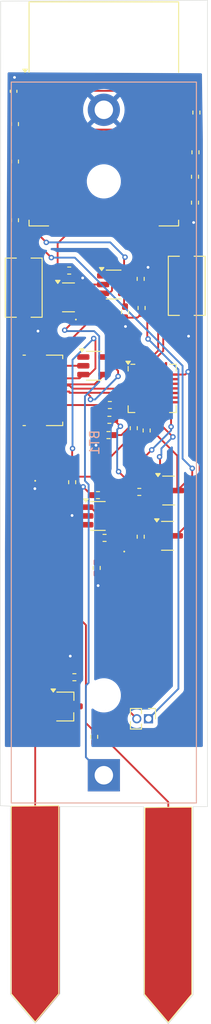
<source format=kicad_pcb>
(kicad_pcb (version 20240108) (generator "pcbnew") (generator_version "8.0")
  (title_block (title "SMS") (date "2024-10-06") (company "Prince Lee Muhera"))
  (layers (0 "F.Cu" signal) (31 "B.Cu" signal) (34 "B.Paste" user) (35 "F.Paste" user) (36 "B.SilkS" user "B.Silkscreen") (37 "F.SilkS" user "F.Silkscreen") (38 "B.Mask" user) (39 "F.Mask" user) (44 "Edge.Cuts" user))
  (net 0 "")
  (net 1 "Net-(BT1-+)")
  (net 2 "GND")
  (net 3 "/GPIO16")
  (net 4 "Net-(U1-VCC)")
  (net 5 "+3.3V")
  (net 6 "VBUS")
  (net 7 "CP2102-PWR")
  (net 8 "Net-(U4-BP)")
  (net 9 "Net-(D1-A)")
  (net 10 "Net-(D2-K)")
  (net 11 "/USB_DP")
  (net 12 "/USB_DN")
  (net 14 "CHARGER")
  (net 16 "PROBE_PWR")
  (net 17 "SIG")
  (net 18 "PROBE1")
  (net 19 "Net-(Q2-S)")
  (net 20 "Net-(Q2-G)")
  (net 21 "Net-(Q3-Pad2)")
  (net 22 "RST")
  (net 23 "/RTS")
  (net 24 "GPIO0")
  (net 25 "Net-(Q4-Pad2)")
  (net 26 "/DTR")
  (net 27 "Net-(R1-Pad1)")
  (net 28 "/GPIO2")
  (net 29 "Net-(U1-EN)")
  (net 30 "/GPIO15")
  (net 31 "Net-(U1-GPIO16)")
  (net 32 "Net-(U2-~{CHRG})")
  (net 33 "Net-(U2-PROG)")
  (net 34 "PROBE2")
  (net 35 "/VBUS_DEV")
  (net 40 "RX")
  (net 42 "TX")
  (footprint "LED_SMD:LED_0402_1005Metric_Pad0.77x0.64mm_HandSolder" (layer "F.Cu") (at 118.05 91.7 180)
    (property "Reference" "D2" (hide yes))
    (property "Value" "RED" (hide yes))
  )
  (footprint "Resistor_SMD:R_0402_1005Metric_Pad0.72x0.64mm_HandSolder" (layer "F.Cu") (at 117.7025 77.45 180)
    (property "Reference" "C5" (hide yes))
    (property "Value" "0.1uF/50V" (hide yes))
  )
  (footprint "Package_TO_SOT_SMD:TSOT-23" (layer "F.Cu") (at 112.89 108.45)
    (property "Reference" "Q1" (hide yes))
    (property "Value" "2N3904" (hide yes))
  )
  (footprint "Package_TO_SOT_SMD:SOT-23" (layer "F.Cu") (at 113.2625 64.2)
    (property "Reference" "Q2" (hide yes))
    (property "Value" "Si2319CDS" (hide yes))
  )
  (footprint "Resistor_SMD:R_0402_1005Metric_Pad0.72x0.64mm_HandSolder" (layer "F.Cu") (at 113.3375 61.3 180)
    (property "Reference" "R12" (hide yes))
    (property "Value" "100k" (hide yes))
  )
  (footprint "LED_SMD:LED_0402_1005Metric_Pad0.77x0.64mm_HandSolder" (layer "F.Cu") (at 110.9125 84.0475)
    (property "Reference" "D1" (hide yes))
    (property "Value" "RED" (hide yes))
  )
  (footprint "Resistor_SMD:R_0402_1005Metric_Pad0.72x0.64mm_HandSolder" (layer "F.Cu") (at 107.45 55.85 -90)
    (property "Reference" "C2" (hide yes))
    (property "Value" "2.2uF/6.3V" (hide yes))
  )
  (footprint "Resistor_SMD:R_0402_1005Metric_Pad0.72x0.64mm_HandSolder" (layer "F.Cu") (at 121.2 65.3475 -90)
    (property "Reference" "C8" (hide yes))
    (property "Value" "0.1uF/6.3V" (hide yes))
  )
  (footprint "Resistor_SMD:R_0402_1005Metric_Pad0.72x0.64mm_HandSolder" (layer "F.Cu") (at 113.9025 105.3 180)
    (property "Reference" "R10" (hide yes))
    (property "Value" "12k" (hide yes))
  )
  (footprint "Resistor_SMD:R_0402_1005Metric_Pad0.72x0.64mm_HandSolder" (layer "F.Cu") (at 127.05 48.5025 90)
    (property "Reference" "R1" (hide yes))
    (property "Value" "12k" (hide yes))
  )
  (footprint "Resistor_SMD:R_0402_1005Metric_Pad0.72x0.64mm_HandSolder" (layer "F.Cu") (at 117.7525 75.85 180)
    (property "Reference" "C4" (hide yes))
    (property "Value" "10uF" (hide yes))
  )
  (footprint "Resistor_SMD:R_0402_1005Metric_Pad0.72x0.64mm_HandSolder" (layer "F.Cu") (at 121.75 78.6 90)
    (property "Reference" "R17" (hide yes))
    (property "Value" "47.5k" (hide yes))
  )
  (footprint "Package_TO_SOT_SMD:TSOT-23-5" (layer "F.Cu") (at 116.45 87.85)
    (property "Reference" "U2" (hide yes))
    (property "Value" "LTC4054ES5-4.2" (hide yes))
  )
  (footprint "Resistor_SMD:R_0402_1005Metric_Pad0.72x0.64mm_HandSolder" (layer "F.Cu") (at 121.1 62.2 90)
    (property "Reference" "C7" (hide yes))
    (property "Value" "10uF/6.3V" (hide yes))
  )
  (footprint "Connector_USB:USB_Micro-B_Molex_47346-0001" (layer "F.Cu") (at 110.925 74.2625 -90)
    (property "Reference" "J1" (hide yes))
    (property "Value" "USB_B_Micro" (hide yes))
  )
  (footprint "RF_Module:ESP-12E" (layer "F.Cu") (at 117.1 44.35)
    (property "Reference" "U1" (hide yes))
    (property "Value" "ESP-12E" (hide yes))
  )
  (footprint "Resistor_SMD:R_0402_1005Metric_Pad0.72x0.64mm_HandSolder" (layer "F.Cu") (at 127 53.95 -90)
    (property "Reference" "R5" (hide yes))
    (property "Value" "12k" (hide yes))
  )
  (footprint "Capacitor_SMD:C_0402_1005Metric_Pad0.74x0.62mm_HandSolder" (layer "F.Cu") (at 107.3 41.9 90)
    (property "Reference" "C1" (hide yes))
    (property "Value" "0.1uF/6.3V" (hide yes))
  )
  (footprint "Button_Switch_SMD:SW_Tactile_SPST_NO_Straight_CK_PTS636Sx25SMTRLFS" (layer "F.Cu") (at 126.1 62.95 90)
    (property "Reference" "SW1" (hide yes))
    (property "Value" "SW_Push" (hide yes))
  )
  (footprint "Resistor_SMD:R_0402_1005Metric_Pad0.72x0.64mm_HandSolder" (layer "F.Cu") (at 116.325 93.475 90)
    (property "Reference" "C3" (hide yes))
    (property "Value" "2.2uF/6.3V" (hide yes))
  )
  (footprint "Package_TO_SOT_SMD:SOT-23" (layer "F.Cu") (at 124.015552 90)
    (property "Reference" "Q4" (hide yes))
    (property "Value" "SS8050CTA" (hide yes))
  )
  (footprint "Package_TO_SOT_SMD:SOT-23-5" (layer "F.Cu") (at 116.0125 71.6)
    (property "Reference" "D3" (hide yes))
    (property "Value" "ESDA14V2SC5" (hide yes))
  )
  (footprint "Resistor_SMD:R_0402_1005Metric_Pad0.72x0.64mm_HandSolder" (layer "F.Cu") (at 120.35 78.3525 -90)
    (property "Reference" "R13" (hide yes))
    (property "Value" "22.1k" (hide yes))
  )
  (footprint "Resistor_SMD:R_0402_1005Metric_Pad0.72x0.64mm_HandSolder" (layer "F.Cu") (at 116.05 111.7475 90)
    (property "Reference" "R11" (hide yes))
    (property "Value" "12k" (hide yes))
  )
  (footprint "Resistor_SMD:R_0402_1005Metric_Pad0.72x0.64mm_HandSolder" (layer "F.Cu") (at 127.15 44.2025 90)
    (property "Reference" "R3" (hide yes))
    (property "Value" "12k" (hide yes))
  )
  (footprint "Resistor_SMD:R_0402_1005Metric_Pad0.72x0.64mm_HandSolder" (layer "F.Cu") (at 117.1775 90.225 180)
    (property "Reference" "R8" (hide yes))
    (property "Value" "330R" (hide yes))
  )
  (footprint "Resistor_SMD:R_0402_1005Metric_Pad0.72x0.64mm_HandSolder" (layer "F.Cu") (at 119.4 65.7975 -90)
    (property "Reference" "C6" (hide yes))
    (property "Value" "10uF/6.3V" (hide yes))
  )
  (footprint "Resistor_SMD:R_0402_1005Metric_Pad0.72x0.64mm_HandSolder" (layer "F.Cu") (at 117.6025 79.1)
    (property "Reference" "R14" (hide yes))
    (property "Value" "47.5k" (hide yes))
  )
  (footprint "Resistor_SMD:R_0402_1005Metric_Pad0.72x0.64mm_HandSolder" (layer "F.Cu") (at 113.6625 84.1975 90)
    (property "Reference" "R7" (hide yes))
    (property "Value" "680R" (hide yes))
  )
  (footprint "Resistor_SMD:R_0402_1005Metric_Pad0.72x0.64mm_HandSolder" (layer "F.Cu") (at 127 51.15 90)
    (property "Reference" "R2" (hide yes))
    (property "Value" "12k" (hide yes))
  )
  (footprint "Package_DFN_QFN:QFN-28-1EP_5x5mm_P0.5mm_EP3.35x3.35mm" (layer "F.Cu") (at 122.35 74.05)
    (property "Reference" "U3" (hide yes))
    (property "Value" "CP2102N-Axx-xQFN28" (hide yes))
  )
  (footprint "Resistor_SMD:R_0402_1005Metric_Pad0.72x0.64mm_HandSolder" (layer "F.Cu") (at 107.45 45.45 90)
    (property "Reference" "R4" (hide yes))
    (property "Value" "12k" (hide yes))
  )
  (footprint "Resistor_SMD:R_0402_1005Metric_Pad0.72x0.64mm_HandSolder" (layer "F.Cu") (at 107.45 49.5 -90)
    (property "Reference" "R6" (hide yes))
    (property "Value" "0R" (hide yes))
  )
  (footprint "Resistor_SMD:R_0402_1005Metric_Pad0.72x0.64mm_HandSolder" (layer "F.Cu") (at 116.4625 85.5975 180)
    (property "Reference" "R9" (hide yes))
    (property "Value" "1.25k" (hide yes))
  )
  (footprint "Package_TO_SOT_SMD:SOT-23" (layer "F.Cu") (at 124.140552 85.1)
    (property "Reference" "Q3" (hide yes))
    (property "Value" "SS8050CTA" (hide yes))
  )
  (footprint "Button_Switch_SMD:SW_Tactile_SPST_NO_Straight_CK_PTS636Sx25SMTRLFS" (layer "F.Cu") (at 108.4 63.15 90)
    (property "Reference" "SW2" (hide yes))
    (property "Value" "SW_Push" (hide yes))
  )
  (footprint "Connector_PinHeader_1.27mm:PinHeader_1x02_P1.27mm_Vertical" (layer "F.Cu") (at 121.95 109.795 -90)
    (property "Reference" "J2" (hide yes))
    (property "Value" "Conn_01x02_Pin" (hide yes))
  )
  (footprint "Package_TO_SOT_SMD:SOT-23-5" (layer "F.Cu") (at 118.1625 62.8125)
    (property "Reference" "U4" (hide yes))
    (property "Value" "MIC5219-3.3YM5" (hide yes))
  )
  (footprint "Resistor_SMD:R_0402_1005Metric_Pad0.72x0.64mm_HandSolder" (layer "F.Cu") (at 121.103052 90.0975 90)
    (property "Reference" "R16" (hide yes))
    (property "Value" "10k" (hide yes))
  )
  (footprint "Diode_SMD:D_0201_0603Metric_Pad0.64x0.40mm_HandSolder" (layer "F.Cu") (at 115.1 66.6)
    (property "Reference" "D4" (hide yes))
    (property "Value" "SS14" (hide yes))
  )
  (footprint "Resistor_SMD:R_0402_1005Metric_Pad0.72x0.64mm_HandSolder" (layer "F.Cu") (at 120.95 85.25 180)
    (property "Reference" "R15" (hide yes))
    (property "Value" "10k" (hide yes))
  )
  (footprint "Battery:BatteryHolder_MPD_BH-18650-PC2" (layer "B.Cu") (at 117.1 115.905 90)
    (property "Reference" "BT1")
    (property "Value" "Battery_Cell")
  )
  (gr_poly (pts (xy 121.6 119.45) (xy 121.6 139.55) (xy 124.1 142.55) (xy 126.6 139.55) (xy 126.6 119.4)) (stroke (width 0.2)) (fill solid) (layer "F.Cu") (net 34))
  (gr_poly (pts (xy 107.2 119.4) (xy 107.2 139.5) (xy 109.7 142.5) (xy 112.2 139.5) (xy 112.2 119.35)) (stroke (width 0.2)) (fill solid) (layer "F.Cu") (net 18))
  (gr_line (start 121.5 139.6) (end 121.55 119.4) (stroke (width 0.1)) (layer "F.SilkS"))
  (gr_line (start 124.1 142.65) (end 121.5 139.6) (stroke (width 0.1)) (layer "F.SilkS"))
  (gr_line (start 126.65 139.6) (end 124.1 142.65) (stroke (width 0.1)) (layer "F.SilkS"))
  (gr_line (start 126.65 119.35) (end 126.65 139.6) (stroke (width 0.1)) (layer "F.SilkS"))
  (gr_line (start 121.55 119.4) (end 126.65 119.35) (stroke (width 0.1)) (layer "F.SilkS"))
  (gr_line (start 109.65 142.6) (end 107.05 139.55) (stroke (width 0.1)) (layer "F.SilkS"))
  (gr_line (start 112.2 139.55) (end 109.65 142.6) (stroke (width 0.1)) (layer "F.SilkS"))
  (gr_line (start 112.2 119.3) (end 112.2 139.55) (stroke (width 0.1)) (layer "F.SilkS"))
  (gr_line (start 107.1 119.25) (end 112.2 119.2) (stroke (width 0.1)) (layer "F.SilkS"))
  (gr_line (start 107 139.55) (end 107.05 119.25) (stroke (width 0.1)) (layer "F.SilkS"))
  (gr_line (start 105.85 119.2) (end 106.95 119.25) (stroke (width 0.05)) (layer "Edge.Cuts"))
  (gr_line (start 121.4 139.65) (end 124.1 142.8) (stroke (width 0.05)) (layer "Edge.Cuts"))
  (gr_line (start 128.35 119.3) (end 128.35 32.05) (stroke (width 0.05)) (layer "Edge.Cuts"))
  (gr_line (start 106.95 119.25) (end 106.95 139.6) (stroke (width 0.05)) (layer "Edge.Cuts"))
  (gr_line (start 128.15 119.3) (end 128.35 119.3) (stroke (width 0.05)) (layer "Edge.Cuts"))
  (gr_line (start 127.95 119.3) (end 128.05 119.3) (stroke (width 0.05)) (layer "Edge.Cuts"))
  (gr_line (start 121.4 119.3) (end 121.4 139.65) (stroke (width 0.05)) (layer "Edge.Cuts"))
  (gr_line (start 112.35 119.3) (end 121.4 119.3) (stroke (width 0.05)) (layer "Edge.Cuts"))
  (gr_line (start 127.65 119.3) (end 127.95 119.3) (stroke (width 0.05)) (layer "Edge.Cuts"))
  (gr_line (start 128.35 32.05) (end 105.9 32.15) (stroke (width 0.05)) (layer "Edge.Cuts"))
  (gr_line (start 124.1 142.8) (end 126.8 139.65) (stroke (width 0.05)) (layer "Edge.Cuts"))
  (gr_line (start 127.4 119.3) (end 127.65 119.3) (stroke (width 0.05)) (layer "Edge.Cuts"))
  (gr_line (start 105.9 32.15) (end 105.85 119.2) (stroke (width 0.05)) (layer "Edge.Cuts"))
  (gr_line (start 112.35 139.55) (end 112.35 119.3) (stroke (width 0.05)) (layer "Edge.Cuts"))
  (gr_line (start 109.65 142.75) (end 112.35 139.55) (stroke (width 0.05)) (layer "Edge.Cuts"))
  (gr_line (start 126.8 119.3) (end 127.4 119.3) (stroke (width 0.05)) (layer "Edge.Cuts"))
  (gr_line (start 126.8 139.65) (end 126.8 119.3) (stroke (width 0.05)) (layer "Edge.Cuts"))
  (gr_line (start 128.05 119.3) (end 128.15 119.3) (stroke (width 0.05)) (layer "Edge.Cuts"))
  (gr_line (start 106.95 139.6) (end 109.65 142.75) (stroke (width 0.05)) (layer "Edge.Cuts"))
  (segment (start 114.07125 66.52875) (end 112.85 67.75) (width 0.2) (layer "F.Cu") (net 1))
  (segment (start 114.6925 66.6) (end 114.62125 66.52875) (width 0.2) (layer "F.Cu") (net 1))
  (segment (start 114.6925 66.6) (end 114.2 66.1075) (width 0.2) (layer "F.Cu") (net 1))
  (segment (start 114.62125 66.52875) (end 114.07125 66.52875) (width 0.2) (layer "F.Cu") (net 1))
  (segment (start 114.6925 66.6) (end 114.4 66.6) (width 0.2) (layer "F.Cu") (net 1))
  (segment (start 114.2 66.1075) (end 114.2 64.2) (width 0.2) (layer "F.Cu") (net 1))
  (via (at 112.85 67.75) (size 0.6) (drill 0.3) (layers "F.Cu" "B.Cu") (net 1))
  (segment (start 115.45 105.9) (end 115.15 106.2) (width 0.2) (layer "B.Cu") (net 1))
  (segment (start 115.05 84.051471) (end 115.45 84.451471) (width 0.2) (layer "B.Cu") (net 1))
  (segment (start 116.048529 67.85) (end 116.6 68.401471) (width 0.2) (layer "B.Cu") (net 1))
  (segment (start 116.6 68.401471) (end 116.6 73.35) (width 0.2) (layer "B.Cu") (net 1))
  (segment (start 112.95 67.85) (end 116.048529 67.85) (width 0.2) (layer "B.Cu") (net 1))
  (segment (start 115.15 106.2) (end 115.15 113.955) (width 0.2) (layer "B.Cu") (net 1))
  (segment (start 116.6 73.35) (end 115.05 74.9) (width 0.2) (layer "B.Cu") (net 1))
  (segment (start 115.45 84.451471) (end 115.45 105.9) (width 0.2) (layer "B.Cu") (net 1))
  (segment (start 115.05 74.9) (end 115.05 84.051471) (width 0.2) (layer "B.Cu") (net 1))
  (segment (start 112.85 67.75) (end 112.95 67.85) (width 0.2) (layer "B.Cu") (net 1))
  (segment (start 115.15 113.955) (end 117.1 115.905) (width 0.2) (layer "B.Cu") (net 1))
  (segment (start 127 55.95) (end 126.85 56.1) (width 0.2) (layer "F.Cu") (net 2))
  (segment (start 113.7 87.85) (end 113.65 87.8) (width 0.2) (layer "F.Cu") (net 2))
  (segment (start 115.5125 62.8125) (end 114.8 62.1) (width 0.2) (layer "F.Cu") (net 2))
  (segment (start 114.5 104.06) (end 113.455 103.015) (width 0.2) (layer "F.Cu") (net 2))
  (segment (start 124.8 72.55) (end 125.95 72.55) (width 0.2) (layer "F.Cu") (net 2))
  (segment (start 117.105 77.45) (end 117.105 75.9) (width 0.2) (layer "F.Cu") (net 2))
  (segment (start 116.325 95.235) (end 116.4775 95.3875) (width 0.2) (layer "F.Cu") (net 2))
  (segment (start 109.125 67.025) (end 109.95 67.85) (width 0.2) (layer "F.Cu") (net 2))
  (segment (start 111.0625 71.775) (end 112.3 71.775) (width 0.2) (layer "F.Cu") (net 2))
  (segment (start 115.7475 85.5975) (end 114.85 84.7) (width 0.2) (layer "F.Cu") (net 2))
  (segment (start 107.3 41.3325) (end 107.3 40.5) (width 0.2) (layer "F.Cu") (net 2))
  (segment (start 117.005 77.55) (end 117.105 77.45) (width 0.2) (layer "F.Cu") (net 2))
  (segment (start 124.8 72.55) (end 123.85 72.55) (width 0.2) (layer "F.Cu") (net 2))
  (segment (start 114.5 105.3) (end 114.5 104.06) (width 0.2) (layer "F.Cu") (net 2))
  (segment (start 109.725 75.8125) (end 112.135 75.8125) (width 0.2) (layer "F.Cu") (net 2))
  (segment (start 117.005 79.1) (end 117.005 79.445) (width 0.2) (layer "F.Cu") (net 2))
  (segment (start 117.155 75.85) (end 114.4 75.85) (width 0.2) (layer "F.Cu") (net 2))
  (segment (start 115.865 85.5975) (end 115.7475 85.5975) (width 0.2) (layer "F.Cu") (net 2))
  (segment (start 112.3 75.6475) (end 112.385 75.5625) (width 0.2) (layer "F.Cu") (net 2))
  (segment (start 117.105 75.9) (end 117.155 75.85) (width 0.2) (layer "F.Cu") (net 2))
  (segment (start 109.725 73.1125) (end 111.0625 71.775) (width 0.2) (layer "F.Cu") (net 2))
  (segment (start 126.6975 54.85) (end 127 54.5475) (width 0.2) (layer "F.Cu") (net 2))
  (segment (start 122.35 74.05) (end 121.85 73.55) (width 0.2) (layer "F.Cu") (net 2))
  (segment (start 112.475 71.6) (end 112.3 71.775) (width 0.2) (layer "F.Cu") (net 2))
  (segment (start 121.2475 61.6025) (end 121.9 60.95) (width 0.2) (layer "F.Cu") (net 2))
  (segment (start 121.1 61.6025) (end 121.2475 61.6025) (width 0.2) (layer "F.Cu") (net 2))
  (segment (start 110.6125 71.775) (end 109.725 70.8875) (width 0.2) (layer "F.Cu") (net 2))
  (segment (start 112.135 75.8125) (end 112.385 75.5625) (width 0.2) (layer "F.Cu") (net 2))
  (segment (start 126.1 68.2) (end 126.3 68.4) (width 0.2) (layer "F.Cu") (net 2))
  (segment (start 117.005 79.445) (end 116.25 80.2) (width 0.2) (layer "F.Cu") (net 2))
  (segment (start 112.3 76.75) (end 112.3 75.6475) (width 0.2) (layer "F.Cu") (net 2))
  (segment (start 126.1 66.825) (end 126.1 68.2) (width 0.2) (layer "F.Cu") (net 2))
  (segment (start 119.4 66.395) (end 120.75 66.395) (width 0.2) (layer "F.Cu") (net 2))
  (segment (start 115.3125 87.85) (end 113.7 87.85) (width 0.2) (layer "F.Cu") (net 2))
  (segment (start 124.7 54.85) (end 126.6975 54.85) (width 0.2) (layer "F.Cu") (net 2))
  (segment (start 113.935 61.3) (end 114 61.3) (width 0.2) (layer "F.Cu") (net 2))
  (segment (start 117.025 62.8125) (end 115.5125 62.8125) (width 0.2) (layer "F.Cu") (net 2))
  (segment (start 110.34 84.17) (end 109.6125 84.8975) (width 0.2) (layer "F.Cu") (net 2))
  (segment (start 125.95 72.55) (end 126.25 72.25) (width 0.2) (layer "F.Cu") (net 2))
  (segment (start 117.005 79.1) (end 117.005 77.55) (width 0.2) (layer "F.Cu") (net 2))
  (segment (start 114.4 75.85) (end 112.6725 75.85) (width 0.2) (layer "F.Cu") (net 2))
  (segment (start 109.725 73.1125) (end 109.725 75.8125) (width 0.2) (layer "F.Cu") (net 2))
  (segment (start 107.3 40.5) (end 107.4 40.4) (width 0.2) (layer "F.Cu") (net 2))
  (segment (start 114 61.3) (end 114.8 62.1) (width 0.2) (layer "F.Cu") (net 2))
  (segment (start 116.325 94.0725) (end 116.325 95.235) (width 0.2) (layer "F.Cu") (net 2))
  (segment (start 108.4 67.025) (end 109.125 67.025) (width 0.2) (layer "F.Cu") (net 2))
  (segment (start 120.75 66.395) (end 121.2 65.945) (width 0.2) (layer "F.Cu") (net 2))
  (segment (start 119.4 66.395) (end 119.4 67.3) (width 0.2) (layer "F.Cu") (net 2))
  (segment (start 112.6725 75.85) (end 112.385 75.5625) (width 0.2) (layer "F.Cu") (net 2))
  (segment (start 109.725 77.6375) (end 109.725 75.8125) (width 0.2) (layer "F.Cu") (net 2))
  (segment (start 123.85 72.55) (end 122.35 74.05) (width 0.2) (layer "F.Cu") (net 2))
  (segment (start 112.3 71.775) (end 110.6125 71.775) (width 0.2) (layer "F.Cu") (net 2))
  (segment (start 114.875 71.6) (end 112.475 71.6) (width 0.2) (layer "F.Cu") (net 2))
  (segment (start 110.34 84.0475) (end 110.34 84.17) (width 0.2) (layer "F.Cu") (net 2))
  (segment (start 119.4 67.3) (end 119.45 67.35) (width 0.2) (layer "F.Cu") (net 2))
  (segment (start 127 54.5475) (end 127 55.95) (width 0.2) (layer "F.Cu") (net 2))
  (via (at 113.455 103.015) (size 0.6) (drill 0.3) (layers "F.Cu" "B.Cu") (net 2))
  (via (at 126.25 72.25) (size 0.6) (drill 0.3) (layers "F.Cu" "B.Cu") (net 2))
  (via (at 121.9 60.95) (size 0.6) (drill 0.3) (layers "F.Cu" "B.Cu") (net 2))
  (via (at 109.95 67.85) (size 0.6) (drill 0.3) (layers "F.Cu" "B.Cu") (net 2))
  (via (at 116.4775 95.3875) (size 0.6) (drill 0.3) (layers "F.Cu" "B.Cu") (net 2))
  (via (at 107.4 40.4) (size 0.6) (drill 0.3) (layers "F.Cu" "B.Cu") (net 2))
  (via (at 126.85 56.1) (size 0.6) (drill 0.3) (layers "F.Cu" "B.Cu") (net 2))
  (via (at 113.65 87.8) (size 0.6) (drill 0.3) (layers "F.Cu" "B.Cu") (net 2))
  (via (at 114.85 84.7) (size 0.6) (drill 0.3) (layers "F.Cu" "B.Cu") (net 2))
  (via (at 119.45 67.35) (size 0.6) (drill 0.3) (layers "F.Cu" "B.Cu") (net 2))
  (via (at 109.6125 84.8975) (size 0.6) (drill 0.3) (layers "F.Cu" "B.Cu") (net 2))
  (via (at 116.25 80.2) (size 0.6) (drill 0.3) (layers "F.Cu" "B.Cu") (net 2))
  (via (at 126.3 68.4) (size 0.6) (drill 0.3) (layers "F.Cu" "B.Cu") (net 2))
  (via (at 114.8 62.1) (size 0.6) (drill 0.3) (layers "F.Cu" "B.Cu") (net 2))
  (segment (start 106.83 48.2825) (end 106.83 45.4725) (width 0.2) (layer "F.Cu") (net 3))
  (segment (start 107.45 44.8525) (end 107.45 42.6175) (width 0.2) (layer "F.Cu") (net 3))
  (segment (start 106.83 45.4725) (end 107.45 44.8525) (width 0.2) (layer "F.Cu") (net 3))
  (segment (start 107.45 48.9025) (end 106.83 48.2825) (width 0.2) (layer "F.Cu") (net 3))
  (segment (start 108.9175 40.85) (end 109.5 40.85) (width 0.2) (layer "F.Cu") (net 3))
  (segment (start 107.45 42.6175) (end 107.3 42.4675) (width 0.2) (layer "F.Cu") (net 3))
  (segment (start 107.3 42.4675) (end 108.9175 40.85) (width 0.2) (layer "F.Cu") (net 3))
  (segment (start 109.0975 55.2525) (end 109.5 54.85) (width 0.2) (layer "F.Cu") (net 4))
  (segment (start 107.45 55.2525) (end 109.0975 55.2525) (width 0.2) (layer "F.Cu") (net 4))
  (segment (start 121.2 64.75) (end 121.82 65.37) (width 0.2) (layer "F.Cu") (net 5))
  (segment (start 107.45 56.4475) (end 109.0475 56.4475) (width 0.2) (layer "F.Cu") (net 5))
  (segment (start 119.3 59.95) (end 119.3 61.8625) (width 0.2) (layer "F.Cu") (net 5))
  (segment (start 121.1 64.65) (end 121.2 64.75) (width 0.2) (layer "F.Cu") (net 5))
  (segment (start 121.82 68.62) (end 121.9 68.7) (width 0.2) (layer "F.Cu") (net 5))
  (segment (start 121.82 65.37) (end 121.82 68.62) (width 0.2) (layer "F.Cu") (net 5))
  (segment (start 121.1 62.7975) (end 121.1 64.65) (width 0.2) (layer "F.Cu") (net 5))
  (segment (start 120.235 62.7975) (end 119.3 61.8625) (width 0.2) (layer "F.Cu") (net 5))
  (segment (start 121.1 62.7975) (end 120.235 62.7975) (width 0.2) (layer "F.Cu") (net 5))
  (segment (start 109.0475 56.4475) (end 110.85 58.25) (width 0.2) (layer "F.Cu") (net 5))
  (segment (start 119.4 59.85) (end 119.3 59.95) (width 0.2) (layer "F.Cu") (net 5))
  (via (at 119.4 59.85) (size 0.6) (drill 0.3) (layers "F.Cu" "B.Cu") (net 5))
  (via (at 110.85 58.25) (size 0.6) (drill 0.3) (layers "F.Cu" "B.Cu") (net 5))
  (via (at 121.9 68.7) (size 0.6) (drill 0.3) (layers "F.Cu" "B.Cu") (net 5))
  (segment (start 125.2 72) (end 125.2 106.545) (width 0.2) (layer "B.Cu") (net 5))
  (segment (start 110.85 58.25) (end 117.8 58.25) (width 0.2) (layer "B.Cu") (net 5))
  (segment (start 125.2 106.545) (end 121.95 109.795) (width 0.2) (layer "B.Cu") (net 5))
  (segment (start 121.9 68.7) (end 125.2 72) (width 0.2) (layer "B.Cu") (net 5))
  (segment (start 117.8 58.25) (end 119.4 59.85) (width 0.2) (layer "B.Cu") (net 5))
  (segment (start 116.325 92.8775) (end 118.7725 92.8775) (width 0.2) (layer "F.Cu") (net 6))
  (segment (start 116.1875 68.8375) (end 116.1875 71.899999) (width 0.2) (layer "F.Cu") (net 6))
  (segment (start 118.55 87.8375) (end 118.55 84.8) (width 0.2) (layer "F.Cu") (net 6))
  (segment (start 119.305 90.5175) (end 117.5875 88.8) (width 0.2) (layer "F.Cu") (net 6))
  (segment (start 116.1875 71.899999) (end 115.537499 72.55) (width 0.2) (layer "F.Cu") (net 6))
  (segment (start 120.35 78.95) (end 116.525 82.775) (width 0.2) (layer "F.Cu") (net 6))
  (segment (start 113.6625 80.5875) (end 113.7 80.55) (width 0.2) (layer "F.Cu") (net 6))
  (segment (start 115.7 83.6) (end 113.6625 83.6) (width 0.2) (layer "F.Cu") (net 6))
  (segment (start 116.325 92.8775) (end 116.325 92.8525) (width 0.2) (layer "F.Cu") (net 6))
  (segment (start 115.537499 72.55) (end 114.875 72.55) (width 0.2) (layer "F.Cu") (net 6))
  (segment (start 118.55 84.8) (end 116.525 82.775) (width 0.2) (layer "F.Cu") (net 6))
  (segment (start 114.875 72.55) (end 114.4625 72.9625) (width 0.2) (layer "F.Cu") (net 6))
  (segment (start 119.305 92.345) (end 119.305 90.5175) (width 0.2) (layer "F.Cu") (net 6))
  (segment (start 116.525 82.775) (end 115.7 83.6) (width 0.2) (layer "F.Cu") (net 6))
  (segment (start 114.4625 72.9625) (end 112.385 72.9625) (width 0.2) (layer "F.Cu") (net 6))
  (segment (start 117.5875 88.8) (end 118.55 87.8375) (width 0.2) (layer "F.Cu") (net 6))
  (segment (start 113.6625 83.6) (end 113.6625 80.5875) (width 0.2) (layer "F.Cu") (net 6))
  (segment (start 116 68.65) (end 116.1875 68.8375) (width 0.2) (layer "F.Cu") (net 6))
  (segment (start 116.325 92.8525) (end 117.4775 91.7) (width 0.2) (layer "F.Cu") (net 6))
  (segment (start 118.7725 92.8775) (end 119.305 92.345) (width 0.2) (layer "F.Cu") (net 6))
  (via (at 116 68.65) (size 0.6) (drill 0.3) (layers "F.Cu" "B.Cu") (net 6))
  (via (at 113.7 80.55) (size 0.6) (drill 0.3) (layers "F.Cu" "B.Cu") (net 6))
  (segment (start 113.7 70.95) (end 116 68.65) (width 0.2) (layer "B.Cu") (net 6))
  (segment (start 113.7 80.55) (end 113.7 70.95) (width 0.2) (layer "B.Cu") (net 6))
  (segment (start 119.9 75.55) (end 119.9 75.05) (width 0.2) (layer "F.Cu") (net 7))
  (segment (start 119.6 81.3475) (end 121.75 79.1975) (width 0.2) (layer "F.Cu") (net 7))
  (segment (start 119.6 90.246815) (end 119.6 83.95) (width 0.2) (layer "F.Cu") (net 7))
  (segment (start 119.7 108.815) (end 119.7 92.515686) (width 0.2) (layer "F.Cu") (net 7))
  (segment (start 118.3 77.55) (end 118.9 78.15) (width 0.2) (layer "F.Cu") (net 7))
  (segment (start 118.7 83.05) (end 119.6 83.95) (width 0.2) (layer "F.Cu") (net 7))
  (segment (start 120.68 109.795) (end 119.7 108.815) (width 0.2) (layer "F.Cu") (net 7))
  (segment (start 119.705 90.351815) (end 119.6 90.246815) (width 0.2) (layer "F.Cu") (net 7))
  (segment (start 119.6 83.95) (end 119.6 81.3475) (width 0.2) (layer "F.Cu") (net 7))
  (segment (start 119.9 75.05) (end 119.15 75.05) (width 0.2) (layer "F.Cu") (net 7))
  (segment (start 118.3 77.45) (end 118.3 75.9) (width 0.2) (layer "F.Cu") (net 7))
  (segment (start 119.15 75.05) (end 118.35 75.85) (width 0.2) (layer "F.Cu") (net 7))
  (segment (start 119.705 92.510686) (end 119.705 90.351815) (width 0.2) (layer "F.Cu") (net 7))
  (segment (start 119.7 92.515686) (end 119.705 92.510686) (width 0.2) (layer "F.Cu") (net 7))
  (segment (start 118.3 75.9) (end 118.35 75.85) (width 0.2) (layer "F.Cu") (net 7))
  (segment (start 118.3 77.45) (end 118.3 77.55) (width 0.2) (layer "F.Cu") (net 7))
  (via (at 118.7 83.05) (size 0.6) (drill 0.3) (layers "F.Cu" "B.Cu") (net 7))
  (via (at 118.9 78.15) (size 0.6) (drill 0.3) (layers "F.Cu" "B.Cu") (net 7))
  (segment (start 118.7 83.05) (end 118.55 82.9) (width 0.2) (layer "B.Cu") (net 7))
  (segment (start 118.55 78.5) (end 118.9 78.15) (width 0.2) (layer "B.Cu") (net 7))
  (segment (start 118.55 82.9) (end 118.55 78.5) (width 0.2) (layer "B.Cu") (net 7))
  (segment (start 119.3 63.7625) (end 119.3 65.1) (width 0.2) (layer "F.Cu") (net 8))
  (segment (start 119.3 65.1) (end 119.4 65.2) (width 0.2) (layer "F.Cu") (net 8))
  (segment (start 112.915 84.0475) (end 113.6625 84.795) (width 0.2) (layer "F.Cu") (net 9))
  (segment (start 111.485 84.0475) (end 112.915 84.0475) (width 0.2) (layer "F.Cu") (net 9))
  (segment (start 118.6225 91.0725) (end 117.775 90.225) (width 0.2) (layer "F.Cu") (net 10))
  (segment (start 118.6225 91.7) (end 118.6225 91.0725) (width 0.2) (layer "F.Cu") (net 10))
  (segment (start 115.65 74.925) (end 115.25 74.525) (width 0.2) (layer "F.Cu") (net 11))
  (segment (start 119.299999 74.55) (end 119.274999 74.525) (width 0.2) (layer "F.Cu") (net 11))
  (segment (start 113.375 74.3875) (end 112.523603 74.3875) (width 0.2) (layer "F.Cu") (net 11))
  (segment (start 118.65 72.15) (end 118.65 72.75) (width 0.2) (layer "F.Cu") (net 11))
  (segment (start 117.15 70.65) (end 118.65 72.15) (width 0.2) (layer "F.Cu") (net 11))
  (segment (start 112.523603 74.3875) (end 112.398603 74.2625) (width 0.2) (layer "F.Cu") (net 11))
  (segment (start 119.274999 74.525) (end 115.25 74.525) (width 0.2) (layer "F.Cu") (net 11))
  (segment (start 113.375 74.525) (end 113.375 74.3875) (width 0.2) (layer "F.Cu") (net 11))
  (segment (start 119.9 74.55) (end 119.299999 74.55) (width 0.2) (layer "F.Cu") (net 11))
  (segment (start 112.398603 74.2625) (end 112.385 74.2625) (width 0.2) (layer "F.Cu") (net 11))
  (segment (start 115.25 74.525) (end 113.375 74.525) (width 0.2) (layer "F.Cu") (net 11))
  (segment (start 115.65 75.25) (end 115.65 74.925) (width 0.2) (layer "F.Cu") (net 11))
  (via (at 118.65 72.75) (size 0.6) (drill 0.3) (layers "F.Cu" "B.Cu") (net 11))
  (via (at 115.65 75.25) (size 0.6) (drill 0.3) (layers "F.Cu" "B.Cu") (net 11))
  (segment (start 118.65 72.75) (end 116.15 75.25) (width 0.2) (layer "B.Cu") (net 11))
  (segment (start 116.15 75.25) (end 115.65 75.25) (width 0.2) (layer "B.Cu") (net 11))
  (segment (start 119.274999 74.075) (end 113.698868 74.075) (width 0.2) (layer "F.Cu") (net 12))
  (segment (start 117.15 72.55) (end 116.0875 73.6125) (width 0.2) (layer "F.Cu") (net 12))
  (segment (start 116.0875 73.6125) (end 112.385 73.6125) (width 0.2) (layer "F.Cu") (net 12))
  (segment (start 113.361368 73.7375) (end 112.51 73.7375) (width 0.2) (layer "F.Cu") (net 12))
  (segment (start 119.9 74.05) (end 119.299999 74.05) (width 0.2) (layer "F.Cu") (net 12))
  (segment (start 113.698868 74.075) (end 113.361368 73.7375) (width 0.2) (layer "F.Cu") (net 12))
  (segment (start 112.51 73.7375) (end 112.385 73.6125) (width 0.2) (layer "F.Cu") (net 12))
  (segment (start 119.299999 74.05) (end 119.274999 74.075) (width 0.2) (layer "F.Cu") (net 12))
  (segment (start 108.8675 69.7625) (end 108.475 70.155) (width 0.2) (layer "F.Cu") (net 14))
  (segment (start 115.5075 66.799999) (end 112.544999 69.7625) (width 0.2) (layer "F.Cu") (net 14))
  (segment (start 108.475 70.155) (end 108.475 84.775) (width 0.2) (layer "F.Cu") (net 14))
  (segment (start 108.475 84.775) (end 112.5 88.8) (width 0.2) (layer "F.Cu") (net 14))
  (segment (start 112.544999 69.7625) (end 108.8675 69.7625) (width 0.2) (layer "F.Cu") (net 14))
  (segment (start 112.5 88.8) (end 115.3125 88.8) (width 0.2) (layer "F.Cu") (net 14))
  (segment (start 115.5075 66.6) (end 115.5075 66.799999) (width 0.2) (layer "F.Cu") (net 14))
  (segment (start 112.0825 58.3675) (end 112.0825 62.114448) (width 0.2) (layer "F.Cu") (net 16))
  (segment (start 112.1 56.35) (end 114.1 56.35) (width 0.2) (layer "F.Cu") (net 16))
  (segment (start 107.9 70.164314) (end 107.9 92.4) (width 0.2) (layer "F.Cu") (net 16))
  (segment (start 107.9 92.4) (end 115.1575 99.6575) (width 0.2) (layer "F.Cu") (net 16))
  (segment (start 110.5875 69.3125) (end 108.751814 69.3125) (width 0.2) (layer "F.Cu") (net 16))
  (segment (start 114.1 56.35) (end 112.0825 58.3675) (width 0.2) (layer "F.Cu") (net 16))
  (segment (start 115.15 106.452284) (end 115.15 110.25) (width 0.2) (layer "F.Cu") (net 16))
  (segment (start 115.1575 99.6575) (end 115.1575 106.444784) (width 0.2) (layer "F.Cu") (net 16))
  (segment (start 110.5875 63.609448) (end 110.5875 69.3125) (width 0.2) (layer "F.Cu") (net 16))
  (segment (start 112.0825 62.114448) (end 110.5875 63.609448) (width 0.2) (layer "F.Cu") (net 16))
  (segment (start 115.1575 106.444784) (end 115.15 106.452284) (width 0.2) (layer "F.Cu") (net 16))
  (segment (start 115.15 110.25) (end 116.05 111.15) (width 0.2) (layer "F.Cu") (net 16))
  (segment (start 108.751814 69.3125) (end 107.9 70.164314) (width 0.2) (layer "F.Cu") (net 16))
  (segment (start 111.58 107.5) (end 113.305 105.775) (width 0.2) (layer "F.Cu") (net 17))
  (segment (start 106.83 54.77) (end 106.83 102.75) (width 0.2) (layer "F.Cu") (net 17))
  (segment (start 109.5 52.85) (end 108.75 52.85) (width 0.2) (layer "F.Cu") (net 17))
  (segment (start 108.75 52.85) (end 106.83 54.77) (width 0.2) (layer "F.Cu") (net 17))
  (segment (start 113.305 105.775) (end 113.305 105.3) (width 0.2) (layer "F.Cu") (net 17))
  (segment (start 106.83 102.75) (end 111.58 107.5) (width 0.2) (layer "F.Cu") (net 17))
  (segment (start 111.58 109.4) (end 109.65 111.33) (width 0.2) (layer "F.Cu") (net 18))
  (segment (start 109.65 111.33) (end 109.65 130.925) (width 0.2) (layer "F.Cu") (net 18))
  (segment (start 112.325 64.696948) (end 113.471948 63.55) (width 0.2) (layer "F.Cu") (net 19))
  (segment (start 112.325 65.15) (end 112.325 64.696948) (width 0.2) (layer "F.Cu") (net 19))
  (segment (start 117.687499 63.7625) (end 117.9875 63.462499) (width 0.2) (layer "F.Cu") (net 19))
  (segment (start 117.687499 61.8625) (end 117.025 61.8625) (width 0.2) (layer "F.Cu") (net 19))
  (segment (start 117.9875 63.462499) (end 117.9875 62.162501) (width 0.2) (layer "F.Cu") (net 19))
  (segment (start 117.9875 62.162501) (end 117.687499 61.8625) (width 0.2) (layer "F.Cu") (net 19))
  (segment (start 113.471948 63.55) (end 116.8125 63.55) (width 0.2) (layer "F.Cu") (net 19))
  (segment (start 116.8125 63.55) (end 117.025 63.7625) (width 0.2) (layer "F.Cu") (net 19))
  (segment (start 117.025 63.7625) (end 117.687499 63.7625) (width 0.2) (layer "F.Cu") (net 19))
  (segment (start 112.325 63.25) (end 112.74 62.835) (width 0.2) (layer "F.Cu") (net 20))
  (segment (start 112.74 62.835) (end 112.74 61.3) (width 0.2) (layer "F.Cu") (net 20))
  (segment (start 121.5475 85.25) (end 122.403052 85.25) (width 0.2) (layer "F.Cu") (net 21))
  (segment (start 122.403052 85.25) (end 123.203052 86.05) (width 0.2) (layer "F.Cu") (net 21))
  (segment (start 121.75 78.0025) (end 121.35 77.6025) (width 0.2) (layer "F.Cu") (net 22))
  (segment (start 126.7 83.478052) (end 125.078052 85.1) (width 0.2) (layer "F.Cu") (net 22))
  (segment (start 125.078052 81.330552) (end 121.75 78.0025) (width 0.2) (layer "F.Cu") (net 22))
  (segment (start 121.35 77.6025) (end 121.35 76.5) (width 0.2) (layer "F.Cu") (net 22))
  (segment (start 108.4 59.275) (end 110.775 59.275) (width 0.2) (layer "F.Cu") (net 22))
  (segment (start 126.7 82.7) (end 126.7 83.478052) (width 0.2) (layer "F.Cu") (net 22))
  (segment (start 125.078052 85.1) (end 125.078052 81.330552) (width 0.2) (layer "F.Cu") (net 22))
  (segment (start 110.775 59.275) (end 111.4 59.9) (width 0.2) (layer "F.Cu") (net 22))
  (via (at 111.4 59.9) (size 0.6) (drill 0.3) (layers "F.Cu" "B.Cu") (net 22))
  (via (at 126.7 82.7) (size 0.6) (drill 0.3) (layers "F.Cu" "B.Cu") (net 22))
  (segment (start 111.4 59.9) (end 113.948529 59.9) (width 0.2) (layer "B.Cu") (net 22))
  (segment (start 113.948529 59.9) (end 125.65 71.601471) (width 0.2) (layer "B.Cu") (net 22))
  (segment (start 125.65 71.601471) (end 125.65 81.65) (width 0.2) (layer "B.Cu") (net 22))
  (segment (start 125.65 81.65) (end 126.7 82.7) (width 0.2) (layer "B.Cu") (net 22))
  (segment (start 121.253052 89.65) (end 123.905552 89.65) (width 0.2) (layer "F.Cu") (net 23))
  (segment (start 124.6 79.3) (end 123.35 78.05) (width 0.2) (layer "F.Cu") (net 23))
  (segment (start 123.203052 81.503052) (end 123.15 81.45) (width 0.2) (layer "F.Cu") (net 23))
  (segment (start 121.103052 89.5) (end 121.253052 89.65) (width 0.2) (layer "F.Cu") (net 23))
  (segment (start 123.203052 84.603052) (end 123.203052 84.15) (width 0.2) (layer "F.Cu") (net 23))
  (segment (start 124.3 85.7) (end 123.203052 84.603052) (width 0.2) (layer "F.Cu") (net 23))
  (segment (start 123.905552 89.65) (end 124.3 89.255552) (width 0.2) (layer "F.Cu") (net 23))
  (segment (start 123.203052 84.15) (end 123.203052 81.503052) (width 0.2) (layer "F.Cu") (net 23))
  (segment (start 123.35 78.05) (end 123.35 76.5) (width 0.2) (layer "F.Cu") (net 23))
  (segment (start 124.3 89.255552) (end 124.3 85.7) (width 0.2) (layer "F.Cu") (net 23))
  (via (at 124.6 79.3) (size 0.6) (drill 0.3) (layers "F.Cu" "B.Cu") (net 23))
  (via (at 123.15 81.45) (size 0.6) (drill 0.3) (layers "F.Cu" "B.Cu") (net 23))
  (segment (start 123.15 81.45) (end 123.35 81.25) (width 0.2) (layer "B.Cu") (net 23))
  (segment (start 123.35 81.25) (end 123.35 80.55) (width 0.2) (layer "B.Cu") (net 23))
  (segment (start 123.35 80.55) (end 124.6 79.3) (width 0.2) (layer "B.Cu") (net 23))
  (segment (start 124.953052 90) (end 127.5 87.453052) (width 0.2) (layer "F.Cu") (net 24))
  (segment (start 126.1 59.075) (end 122.9 55.875) (width 0.2) (layer "F.Cu") (net 24))
  (segment (start 122.9 55.875) (end 122.9 49.9) (width 0.2) (layer "F.Cu") (net 24))
  (segment (start 127.05 47.905) (end 125.645 47.905) (width 0.2) (layer "F.Cu") (net 24))
  (segment (start 125.645 47.905) (end 124.7 48.85) (width 0.2) (layer "F.Cu") (net 24))
  (segment (start 123.95 48.85) (end 124.7 48.85) (width 0.2) (layer "F.Cu") (net 24))
  (segment (start 127.5 60.475) (end 126.1 59.075) (width 0.2) (layer "F.Cu") (net 24))
  (segment (start 127.5 87.453052) (end 127.5 60.475) (width 0.2) (layer "F.Cu") (net 24))
  (segment (start 122.9 49.9) (end 123.95 48.85) (width 0.2) (layer "F.Cu") (net 24))
  (segment (start 121.358052 90.95) (end 121.103052 90.695) (width 0.2) (layer "F.Cu") (net 25))
  (segment (start 123.078052 90.95) (end 121.358052 90.95) (width 0.2) (layer "F.Cu") (net 25))
  (segment (start 120.3525 85.25) (end 120.3525 86.324448) (width 0.2) (layer "F.Cu") (net 26))
  (segment (start 124.4 77.05) (end 123.85 76.5) (width 0.2) (layer "F.Cu") (net 26))
  (segment (start 120.3525 82.6475) (end 120.3525 85.25) (width 0.2) (layer "F.Cu") (net 26))
  (segment (start 124.4 78.2) (end 124.4 77.05) (width 0.2) (layer "F.Cu") (net 26))
  (segment (start 122.3 80.7) (end 120.3525 82.6475) (width 0.2) (layer "F.Cu") (net 26))
  (segment (start 120.3525 86.324448) (end 123.078052 89.05) (width 0.2) (layer "F.Cu") (net 26))
  (via (at 124.4 78.2) (size 0.6) (drill 0.3) (layers "F.Cu" "B.Cu") (net 26))
  (via (at 122.3 80.7) (size 0.6) (drill 0.3) (layers "F.Cu" "B.Cu") (net 26))
  (segment (start 124.4 78.6) (end 124.4 78.2) (width 0.2) (layer "B.Cu") (net 26))
  (segment (start 122.3 80.7) (end 124.4 78.6) (width 0.2) (layer "B.Cu") (net 26))
  (segment (start 125.8525 46.0475) (end 127.1 44.8) (width 0.2) (layer "F.Cu") (net 27))
  (segment (start 127.67 48.48) (end 127.67 45.32) (width 0.2) (layer "F.Cu") (net 27))
  (segment (start 127.62 49.67) (end 127.05 49.1) (width 0.2) (layer "F.Cu") (net 27))
  (segment (start 127.1 44.8) (end 127.15 44.8) (width 0.2) (layer "F.Cu") (net 27))
  (segment (start 107.45 46.0475) (end 125.8525 46.0475) (width 0.2) (layer "F.Cu") (net 27))
  (segment (start 127.05 49.1) (end 127.67 48.48) (width 0.2) (layer "F.Cu") (net 27))
  (segment (start 127 51.7475) (end 127.62 51.1275) (width 0.2) (layer "F.Cu") (net 27))
  (segment (start 127.62 51.1275) (end 127.62 49.67) (width 0.2) (layer "F.Cu") (net 27))
  (segment (start 127.67 45.32) (end 127.15 44.8) (width 0.2) (layer "F.Cu") (net 27))
  (segment (start 126.7025 50.85) (end 127 50.5525) (width 0.2) (layer "F.Cu") (net 28))
  (segment (start 124.7 50.85) (end 126.7025 50.85) (width 0.2) (layer "F.Cu") (net 28))
  (segment (start 110.25 44.85) (end 113.25 41.85) (width 0.2) (layer "F.Cu") (net 29))
  (segment (start 123.15 43.65) (end 127.105 43.65) (width 0.2) (layer "F.Cu") (net 29))
  (segment (start 109.5 44.85) (end 110.25 44.85) (width 0.2) (layer "F.Cu") (net 29))
  (segment (start 113.25 41.85) (end 121.35 41.85) (width 0.2) (layer "F.Cu") (net 29))
  (segment (start 127.105 43.65) (end 127.15 43.605) (width 0.2) (layer "F.Cu") (net 29))
  (segment (start 121.35 41.85) (end 123.15 43.65) (width 0.2) (layer "F.Cu") (net 29))
  (segment (start 125.2025 53.3525) (end 124.7 52.85) (width 0.2) (layer "F.Cu") (net 30))
  (segment (start 127 53.3525) (end 125.2025 53.3525) (width 0.2) (layer "F.Cu") (net 30))
  (segment (start 111.05 47.4) (end 110.5 46.85) (width 0.2) (layer "F.Cu") (net 31))
  (segment (start 110.5 46.85) (end 109.5 46.85) (width 0.2) (layer "F.Cu") (net 31))
  (segment (start 107.45 50.0975) (end 107.4975 50.05) (width 0.2) (layer "F.Cu") (net 31))
  (segment (start 107.4975 50.05) (end 110.6 50.05) (width 0.2) (layer "F.Cu") (net 31))
  (segment (start 110.6 50.05) (end 111.05 49.6) (width 0.2) (layer "F.Cu") (net 31))
  (segment (start 111.05 49.6) (end 111.05 47.4) (width 0.2) (layer "F.Cu") (net 31))
  (segment (start 115.665552 86.9) (end 115.3125 86.9) (width 0.2) (layer "F.Cu") (net 32))
  (segment (start 116.58 87.814448) (end 115.665552 86.9) (width 0.2) (layer "F.Cu") (net 32))
  (segment (start 116.58 90.225) (end 116.58 87.814448) (width 0.2) (layer "F.Cu") (net 32))
  (segment (start 117.06 86.3725) (end 117.5875 86.9) (width 0.2) (layer "F.Cu") (net 33))
  (segment (start 117.06 85.5975) (end 117.06 86.3725) (width 0.2) (layer "F.Cu") (net 33))
  (segment (start 117.64 112.345) (end 116.05 112.345) (width 0.2) (layer "F.Cu") (net 34))
  (segment (start 124.1 118.805) (end 117.64 112.345) (width 0.2) (layer "F.Cu") (net 34))
  (segment (start 124.1 130.975) (end 124.1 118.805) (width 0.2) (layer "F.Cu") (net 34))
  (segment (start 118.25 79.15) (end 118.3 79.15) (width 0.2) (layer "F.Cu") (net 35))
  (segment (start 119.005 79.1) (end 120.35 77.755) (width 0.2) (layer "F.Cu") (net 35))
  (segment (start 120.35 77) (end 120.85 76.5) (width 0.2) (layer "F.Cu") (net 35))
  (segment (start 118.2 79.1) (end 118.25 79.15) (width 0.2) (layer "F.Cu") (net 35))
  (segment (start 120.35 77.755) (end 120.35 77) (width 0.2) (layer "F.Cu") (net 35))
  (segment (start 118.2 79.1) (end 119.005 79.1) (width 0.2) (layer "F.Cu") (net 35))
  (segment (start 123.55 57.8) (end 122.1 56.35) (width 0.2) (layer "F.Cu") (net 40))
  (segment (start 123.55 69.985614) (end 123.55 57.8) (width 0.2) (layer "F.Cu") (net 40))
  (segment (start 122.35 71.185614) (end 123.55 69.985614) (width 0.2) (layer "F.Cu") (net 40))
  (segment (start 122.35 71.6) (end 122.35 71.185614) (width 0.2) (layer "F.Cu") (net 40))
  (segment (start 121.85 71.119928) (end 123 69.969928) (width 0.2) (layer "F.Cu") (net 42))
  (segment (start 123 69.969928) (end 123 59.25) (width 0.2) (layer "F.Cu") (net 42))
  (segment (start 121.85 71.6) (end 121.85 71.119928) (width 0.2) (layer "F.Cu") (net 42))
  (segment (start 123 59.25) (end 120.1 56.35) (width 0.2) (layer "F.Cu") (net 42))
  (zone (net 2) (net_name "GND") (layer "B.Cu") (connect_pads (clearance 0.5)) (min_thickness 0.25) (fill yes (thermal_gap 0.5) (thermal_bridge_width 0.5))
    (polygon (pts (xy 106.85 39.85) (xy 127.75 39.95) (xy 128.75 112.85) (xy 106.25 112.85) (xy 106.65 39.85)))
  )
)
</source>
